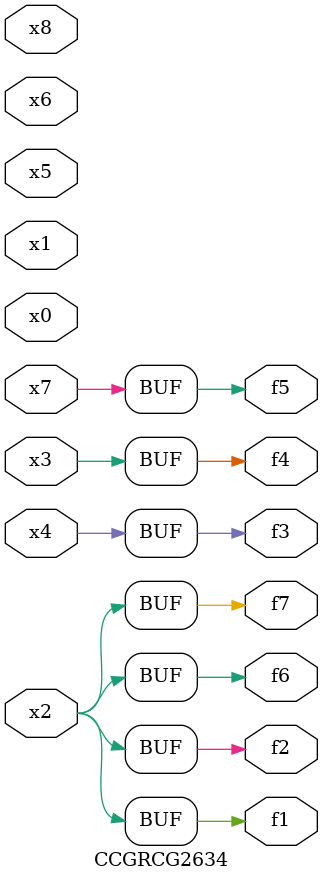
<source format=v>
module CCGRCG2634(
	input x0, x1, x2, x3, x4, x5, x6, x7, x8,
	output f1, f2, f3, f4, f5, f6, f7
);
	assign f1 = x2;
	assign f2 = x2;
	assign f3 = x4;
	assign f4 = x3;
	assign f5 = x7;
	assign f6 = x2;
	assign f7 = x2;
endmodule

</source>
